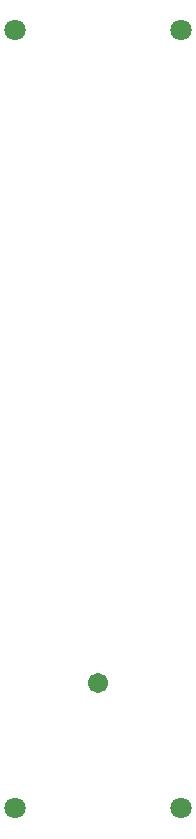
<source format=gbr>
%TF.GenerationSoftware,Altium Limited,Altium Designer,24.9.1 (31)*%
G04 Layer_Color=8388736*
%FSLAX45Y45*%
%MOMM*%
%TF.SameCoordinates,ACB98261-C50F-458D-AFA4-16EFDEDAE645*%
%TF.FilePolarity,Negative*%
%TF.FileFunction,Soldermask,Top*%
%TF.Part,Single*%
G01*
G75*
%TA.AperFunction,ViaPad*%
%ADD12C,1.70320*%
%ADD13C,1.80320*%
D12*
X11245208Y4555400D02*
D03*
D13*
X10546000Y10080700D02*
D03*
X11946000D02*
D03*
Y3490700D02*
D03*
X10546000D02*
D03*
%TF.MD5,17e51aba88bace0ad04a006e5dc15550*%
M02*

</source>
